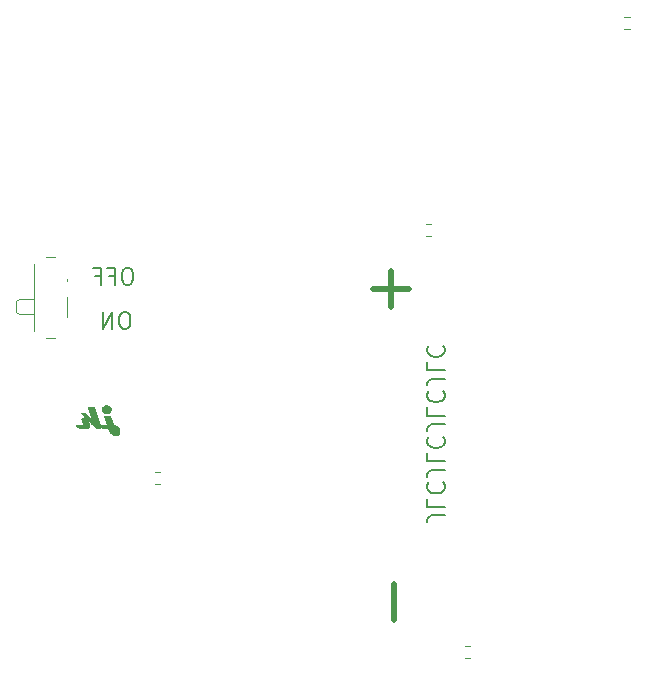
<source format=gbr>
%TF.GenerationSoftware,KiCad,Pcbnew,(5.1.10)-1*%
%TF.CreationDate,2021-10-20T07:51:42+02:00*%
%TF.ProjectId,TVZ_kuglica,54565a5f-6b75-4676-9c69-63612e6b6963,rev?*%
%TF.SameCoordinates,Original*%
%TF.FileFunction,Legend,Bot*%
%TF.FilePolarity,Positive*%
%FSLAX46Y46*%
G04 Gerber Fmt 4.6, Leading zero omitted, Abs format (unit mm)*
G04 Created by KiCad (PCBNEW (5.1.10)-1) date 2021-10-20 07:51:42*
%MOMM*%
%LPD*%
G01*
G04 APERTURE LIST*
%ADD10C,0.200000*%
%ADD11C,0.010000*%
%ADD12C,0.120000*%
%ADD13C,0.500000*%
G04 APERTURE END LIST*
D10*
X110616666Y-100983333D02*
X110350000Y-100983333D01*
X110216666Y-101050000D01*
X110083333Y-101183333D01*
X110016666Y-101450000D01*
X110016666Y-101916666D01*
X110083333Y-102183333D01*
X110216666Y-102316666D01*
X110350000Y-102383333D01*
X110616666Y-102383333D01*
X110750000Y-102316666D01*
X110883333Y-102183333D01*
X110950000Y-101916666D01*
X110950000Y-101450000D01*
X110883333Y-101183333D01*
X110750000Y-101050000D01*
X110616666Y-100983333D01*
X109416666Y-102383333D02*
X109416666Y-100983333D01*
X108616666Y-102383333D01*
X108616666Y-100983333D01*
X110833333Y-97233333D02*
X110566666Y-97233333D01*
X110433333Y-97300000D01*
X110300000Y-97433333D01*
X110233333Y-97700000D01*
X110233333Y-98166666D01*
X110300000Y-98433333D01*
X110433333Y-98566666D01*
X110566666Y-98633333D01*
X110833333Y-98633333D01*
X110966666Y-98566666D01*
X111100000Y-98433333D01*
X111166666Y-98166666D01*
X111166666Y-97700000D01*
X111100000Y-97433333D01*
X110966666Y-97300000D01*
X110833333Y-97233333D01*
X109166666Y-97900000D02*
X109633333Y-97900000D01*
X109633333Y-98633333D02*
X109633333Y-97233333D01*
X108966666Y-97233333D01*
X107966666Y-97900000D02*
X108433333Y-97900000D01*
X108433333Y-98633333D02*
X108433333Y-97233333D01*
X107766666Y-97233333D01*
X137571428Y-118178571D02*
X136500000Y-118178571D01*
X136285714Y-118250000D01*
X136142857Y-118392857D01*
X136071428Y-118607142D01*
X136071428Y-118750000D01*
X136071428Y-116750000D02*
X136071428Y-117464285D01*
X137571428Y-117464285D01*
X136214285Y-115392857D02*
X136142857Y-115464285D01*
X136071428Y-115678571D01*
X136071428Y-115821428D01*
X136142857Y-116035714D01*
X136285714Y-116178571D01*
X136428571Y-116250000D01*
X136714285Y-116321428D01*
X136928571Y-116321428D01*
X137214285Y-116250000D01*
X137357142Y-116178571D01*
X137500000Y-116035714D01*
X137571428Y-115821428D01*
X137571428Y-115678571D01*
X137500000Y-115464285D01*
X137428571Y-115392857D01*
X137571428Y-114321428D02*
X136500000Y-114321428D01*
X136285714Y-114392857D01*
X136142857Y-114535714D01*
X136071428Y-114750000D01*
X136071428Y-114892857D01*
X136071428Y-112892857D02*
X136071428Y-113607142D01*
X137571428Y-113607142D01*
X136214285Y-111535714D02*
X136142857Y-111607142D01*
X136071428Y-111821428D01*
X136071428Y-111964285D01*
X136142857Y-112178571D01*
X136285714Y-112321428D01*
X136428571Y-112392857D01*
X136714285Y-112464285D01*
X136928571Y-112464285D01*
X137214285Y-112392857D01*
X137357142Y-112321428D01*
X137500000Y-112178571D01*
X137571428Y-111964285D01*
X137571428Y-111821428D01*
X137500000Y-111607142D01*
X137428571Y-111535714D01*
X137571428Y-110464285D02*
X136500000Y-110464285D01*
X136285714Y-110535714D01*
X136142857Y-110678571D01*
X136071428Y-110892857D01*
X136071428Y-111035714D01*
X136071428Y-109035714D02*
X136071428Y-109750000D01*
X137571428Y-109750000D01*
X136214285Y-107678571D02*
X136142857Y-107750000D01*
X136071428Y-107964285D01*
X136071428Y-108107142D01*
X136142857Y-108321428D01*
X136285714Y-108464285D01*
X136428571Y-108535714D01*
X136714285Y-108607142D01*
X136928571Y-108607142D01*
X137214285Y-108535714D01*
X137357142Y-108464285D01*
X137500000Y-108321428D01*
X137571428Y-108107142D01*
X137571428Y-107964285D01*
X137500000Y-107750000D01*
X137428571Y-107678571D01*
X137571428Y-106607142D02*
X136500000Y-106607142D01*
X136285714Y-106678571D01*
X136142857Y-106821428D01*
X136071428Y-107035714D01*
X136071428Y-107178571D01*
X136071428Y-105178571D02*
X136071428Y-105892857D01*
X137571428Y-105892857D01*
X136214285Y-103821428D02*
X136142857Y-103892857D01*
X136071428Y-104107142D01*
X136071428Y-104250000D01*
X136142857Y-104464285D01*
X136285714Y-104607142D01*
X136428571Y-104678571D01*
X136714285Y-104750000D01*
X136928571Y-104750000D01*
X137214285Y-104678571D01*
X137357142Y-104607142D01*
X137500000Y-104464285D01*
X137571428Y-104250000D01*
X137571428Y-104107142D01*
X137500000Y-103892857D01*
X137428571Y-103821428D01*
D11*
%TO.C,G\u002A\u002A\u002A*%
G36*
X108865721Y-108860609D02*
G01*
X108818635Y-108864585D01*
X108787925Y-108870409D01*
X108730352Y-108891801D01*
X108673314Y-108923897D01*
X108620993Y-108963665D01*
X108577574Y-109008074D01*
X108555667Y-109038715D01*
X108530701Y-109094254D01*
X108517328Y-109156605D01*
X108515508Y-109221778D01*
X108525199Y-109285780D01*
X108546362Y-109344623D01*
X108558997Y-109367375D01*
X108601320Y-109421145D01*
X108655016Y-109468082D01*
X108716043Y-109505135D01*
X108769547Y-109526251D01*
X108805024Y-109533912D01*
X108848598Y-109539053D01*
X108895397Y-109541538D01*
X108940546Y-109541229D01*
X108979170Y-109537990D01*
X109003282Y-109532813D01*
X109075287Y-109504220D01*
X109134297Y-109470284D01*
X109182719Y-109429496D01*
X109201395Y-109408867D01*
X109237395Y-109359714D01*
X109260832Y-109311650D01*
X109273282Y-109259973D01*
X109276315Y-109199983D01*
X109275916Y-109186186D01*
X109273473Y-109147909D01*
X109268709Y-109118889D01*
X109260083Y-109092524D01*
X109247709Y-109065550D01*
X109209841Y-109006178D01*
X109159677Y-108953888D01*
X109100049Y-108910951D01*
X109033790Y-108879638D01*
X109004326Y-108870409D01*
X108965002Y-108863521D01*
X108916655Y-108860254D01*
X108865721Y-108860609D01*
G37*
X108865721Y-108860609D02*
X108818635Y-108864585D01*
X108787925Y-108870409D01*
X108730352Y-108891801D01*
X108673314Y-108923897D01*
X108620993Y-108963665D01*
X108577574Y-109008074D01*
X108555667Y-109038715D01*
X108530701Y-109094254D01*
X108517328Y-109156605D01*
X108515508Y-109221778D01*
X108525199Y-109285780D01*
X108546362Y-109344623D01*
X108558997Y-109367375D01*
X108601320Y-109421145D01*
X108655016Y-109468082D01*
X108716043Y-109505135D01*
X108769547Y-109526251D01*
X108805024Y-109533912D01*
X108848598Y-109539053D01*
X108895397Y-109541538D01*
X108940546Y-109541229D01*
X108979170Y-109537990D01*
X109003282Y-109532813D01*
X109075287Y-109504220D01*
X109134297Y-109470284D01*
X109182719Y-109429496D01*
X109201395Y-109408867D01*
X109237395Y-109359714D01*
X109260832Y-109311650D01*
X109273282Y-109259973D01*
X109276315Y-109199983D01*
X109275916Y-109186186D01*
X109273473Y-109147909D01*
X109268709Y-109118889D01*
X109260083Y-109092524D01*
X109247709Y-109065550D01*
X109209841Y-109006178D01*
X109159677Y-108953888D01*
X109100049Y-108910951D01*
X109033790Y-108879638D01*
X109004326Y-108870409D01*
X108965002Y-108863521D01*
X108916655Y-108860254D01*
X108865721Y-108860609D01*
G36*
X107538892Y-109026177D02*
G01*
X107480420Y-109026556D01*
X107435129Y-109027253D01*
X107401672Y-109028322D01*
X107378703Y-109029818D01*
X107364874Y-109031792D01*
X107358840Y-109034301D01*
X107358436Y-109036184D01*
X107361260Y-109044930D01*
X107368336Y-109067349D01*
X107379201Y-109101955D01*
X107393393Y-109147262D01*
X107410447Y-109201786D01*
X107429902Y-109264039D01*
X107451293Y-109332538D01*
X107474157Y-109405795D01*
X107498032Y-109482326D01*
X107522454Y-109560645D01*
X107546960Y-109639266D01*
X107571086Y-109716704D01*
X107594370Y-109791472D01*
X107616349Y-109862086D01*
X107636558Y-109927060D01*
X107654536Y-109984908D01*
X107669818Y-110034145D01*
X107681941Y-110073284D01*
X107690444Y-110100841D01*
X107693917Y-110112196D01*
X107695972Y-110118736D01*
X107697517Y-110124186D01*
X107697865Y-110127871D01*
X107696331Y-110129119D01*
X107692228Y-110127256D01*
X107684869Y-110121608D01*
X107673570Y-110111502D01*
X107657643Y-110096265D01*
X107636402Y-110075223D01*
X107609161Y-110047703D01*
X107575233Y-110013031D01*
X107533934Y-109970534D01*
X107484575Y-109919538D01*
X107426472Y-109859371D01*
X107358938Y-109789357D01*
X107281286Y-109708826D01*
X107253148Y-109679645D01*
X107114157Y-109535508D01*
X106943642Y-109534785D01*
X106773128Y-109534063D01*
X106856318Y-109619391D01*
X106894827Y-109658881D01*
X106939098Y-109704266D01*
X106983799Y-109750081D01*
X107023600Y-109790862D01*
X107025533Y-109792843D01*
X107111558Y-109880966D01*
X107022547Y-109886599D01*
X106961234Y-109892307D01*
X106913357Y-109901259D01*
X106876665Y-109914255D01*
X106848909Y-109932092D01*
X106827838Y-109955571D01*
X106827696Y-109955775D01*
X106816602Y-109973970D01*
X106808913Y-109992990D01*
X106804860Y-110014560D01*
X106804672Y-110040403D01*
X106808580Y-110072243D01*
X106816813Y-110111805D01*
X106829601Y-110160812D01*
X106847173Y-110220987D01*
X106869759Y-110294057D01*
X106874982Y-110310636D01*
X106892582Y-110366614D01*
X106908508Y-110417738D01*
X106922158Y-110462033D01*
X106932926Y-110497523D01*
X106940210Y-110522233D01*
X106943405Y-110534185D01*
X106943500Y-110534870D01*
X106935792Y-110536664D01*
X106913579Y-110538261D01*
X106878231Y-110539628D01*
X106831118Y-110540731D01*
X106773611Y-110541536D01*
X106707078Y-110542008D01*
X106649813Y-110542125D01*
X106563565Y-110542341D01*
X106491932Y-110542983D01*
X106435155Y-110544046D01*
X106393477Y-110545523D01*
X106367140Y-110547407D01*
X106356387Y-110549691D01*
X106356125Y-110550149D01*
X106359277Y-110561451D01*
X106367340Y-110581585D01*
X106373731Y-110595790D01*
X106405352Y-110645252D01*
X106450312Y-110688762D01*
X106506761Y-110724978D01*
X106572847Y-110752557D01*
X106601252Y-110760790D01*
X106614956Y-110763738D01*
X106631846Y-110766145D01*
X106653418Y-110768048D01*
X106681172Y-110769483D01*
X106716605Y-110770485D01*
X106761215Y-110771091D01*
X106816499Y-110771337D01*
X106883957Y-110771260D01*
X106965085Y-110770896D01*
X107008393Y-110770635D01*
X107093364Y-110770076D01*
X107163946Y-110769527D01*
X107221621Y-110768914D01*
X107267876Y-110768164D01*
X107304195Y-110767202D01*
X107332062Y-110765954D01*
X107352962Y-110764344D01*
X107368381Y-110762300D01*
X107379801Y-110759746D01*
X107388709Y-110756608D01*
X107396589Y-110752812D01*
X107399907Y-110751027D01*
X107425104Y-110732825D01*
X107447448Y-110709599D01*
X107451280Y-110704305D01*
X107462120Y-110685338D01*
X107467959Y-110665808D01*
X107470072Y-110639880D01*
X107470078Y-110618435D01*
X107469150Y-110599164D01*
X107466578Y-110578231D01*
X107461833Y-110553557D01*
X107454391Y-110523064D01*
X107443727Y-110484672D01*
X107429313Y-110436303D01*
X107410624Y-110375877D01*
X107400845Y-110344724D01*
X107383308Y-110288899D01*
X107367434Y-110238113D01*
X107353821Y-110194304D01*
X107343070Y-110159408D01*
X107335778Y-110135362D01*
X107332545Y-110124105D01*
X107332438Y-110123544D01*
X107337903Y-110127520D01*
X107353159Y-110140888D01*
X107376502Y-110162096D01*
X107406227Y-110189589D01*
X107440627Y-110221814D01*
X107449516Y-110230199D01*
X107487568Y-110265913D01*
X107534396Y-110309499D01*
X107586999Y-110358186D01*
X107642374Y-110409201D01*
X107697522Y-110459773D01*
X107745188Y-110503263D01*
X107810521Y-110562670D01*
X107865721Y-110612367D01*
X107912476Y-110653237D01*
X107952477Y-110686166D01*
X107987411Y-110712038D01*
X108018967Y-110731736D01*
X108048836Y-110746147D01*
X108078704Y-110756153D01*
X108110262Y-110762640D01*
X108145198Y-110766492D01*
X108185202Y-110768594D01*
X108231962Y-110769829D01*
X108255172Y-110770327D01*
X108309027Y-110771140D01*
X108353219Y-110771068D01*
X108386147Y-110770152D01*
X108406205Y-110768433D01*
X108411938Y-110766335D01*
X108409515Y-110755368D01*
X108403220Y-110734386D01*
X108396063Y-110712781D01*
X108387663Y-110687273D01*
X108381908Y-110667708D01*
X108380188Y-110659472D01*
X108385635Y-110660300D01*
X108399853Y-110669526D01*
X108417891Y-110683638D01*
X108457730Y-110713474D01*
X108498026Y-110735710D01*
X108545705Y-110754355D01*
X108560431Y-110758287D01*
X108580337Y-110761490D01*
X108607248Y-110764074D01*
X108642986Y-110766147D01*
X108689377Y-110767818D01*
X108748243Y-110769199D01*
X108810526Y-110770240D01*
X109038457Y-110773582D01*
X109074915Y-110885743D01*
X109109114Y-110980680D01*
X109146014Y-111061757D01*
X109187047Y-111130936D01*
X109233642Y-111190179D01*
X109287229Y-111241450D01*
X109349238Y-111286712D01*
X109381244Y-111306206D01*
X109436762Y-111333073D01*
X109499737Y-111354851D01*
X109566720Y-111371042D01*
X109634261Y-111381147D01*
X109698908Y-111384668D01*
X109757213Y-111381106D01*
X109805725Y-111369963D01*
X109810420Y-111368211D01*
X109867550Y-111340076D01*
X109914285Y-111303422D01*
X109953330Y-111255707D01*
X109980650Y-111208257D01*
X110002334Y-111157599D01*
X110015786Y-111106239D01*
X110022196Y-111048633D01*
X110022851Y-111022344D01*
X109733307Y-111022344D01*
X109733075Y-111059315D01*
X109731622Y-111084720D01*
X109728077Y-111102861D01*
X109721566Y-111118043D01*
X109711219Y-111134570D01*
X109710282Y-111135956D01*
X109694868Y-111156116D01*
X109685033Y-111162454D01*
X109681380Y-111159768D01*
X109677427Y-111149525D01*
X109669412Y-111126389D01*
X109658081Y-111092596D01*
X109644178Y-111050382D01*
X109628449Y-111001985D01*
X109617802Y-110968908D01*
X109601780Y-110918243D01*
X109587811Y-110872724D01*
X109576514Y-110834480D01*
X109568509Y-110805640D01*
X109564412Y-110788335D01*
X109564160Y-110784257D01*
X109574942Y-110783591D01*
X109594220Y-110790568D01*
X109617957Y-110803087D01*
X109642116Y-110819048D01*
X109660796Y-110834535D01*
X109683000Y-110859597D01*
X109704350Y-110889783D01*
X109712199Y-110903281D01*
X109722102Y-110923828D01*
X109728327Y-110943076D01*
X109731709Y-110965752D01*
X109733089Y-110996582D01*
X109733307Y-111022344D01*
X110022851Y-111022344D01*
X110023156Y-111010121D01*
X110018662Y-110930831D01*
X110004141Y-110861654D01*
X109978354Y-110799482D01*
X109940065Y-110741208D01*
X109896427Y-110692077D01*
X109861668Y-110658816D01*
X109830514Y-110634095D01*
X109797140Y-110613682D01*
X109769250Y-110599648D01*
X109697429Y-110570834D01*
X109624607Y-110551385D01*
X109555738Y-110542536D01*
X109539015Y-110542125D01*
X109493289Y-110542125D01*
X109441388Y-110381391D01*
X109424109Y-110327869D01*
X109403353Y-110263557D01*
X109380513Y-110192775D01*
X109356982Y-110119841D01*
X109334155Y-110049076D01*
X109319733Y-110004359D01*
X109249980Y-109788062D01*
X108993678Y-109788063D01*
X108931701Y-109788257D01*
X108875123Y-109788809D01*
X108825812Y-109789670D01*
X108785639Y-109790794D01*
X108756475Y-109792131D01*
X108740188Y-109793635D01*
X108737375Y-109794602D01*
X108739682Y-109803261D01*
X108746296Y-109825572D01*
X108756758Y-109860045D01*
X108770609Y-109905189D01*
X108787390Y-109959513D01*
X108806641Y-110021528D01*
X108827905Y-110089742D01*
X108850720Y-110162665D01*
X108852469Y-110168245D01*
X108875363Y-110241334D01*
X108896741Y-110309717D01*
X108916146Y-110371920D01*
X108933120Y-110426467D01*
X108947206Y-110471886D01*
X108957944Y-110506703D01*
X108964877Y-110529442D01*
X108967547Y-110538630D01*
X108967563Y-110538737D01*
X108959908Y-110539482D01*
X108938072Y-110540170D01*
X108903750Y-110540783D01*
X108858635Y-110541303D01*
X108804422Y-110541711D01*
X108742806Y-110541989D01*
X108675480Y-110542118D01*
X108655283Y-110542125D01*
X108343004Y-110542125D01*
X107869228Y-109026063D01*
X107611890Y-109026063D01*
X107538892Y-109026177D01*
G37*
X107538892Y-109026177D02*
X107480420Y-109026556D01*
X107435129Y-109027253D01*
X107401672Y-109028322D01*
X107378703Y-109029818D01*
X107364874Y-109031792D01*
X107358840Y-109034301D01*
X107358436Y-109036184D01*
X107361260Y-109044930D01*
X107368336Y-109067349D01*
X107379201Y-109101955D01*
X107393393Y-109147262D01*
X107410447Y-109201786D01*
X107429902Y-109264039D01*
X107451293Y-109332538D01*
X107474157Y-109405795D01*
X107498032Y-109482326D01*
X107522454Y-109560645D01*
X107546960Y-109639266D01*
X107571086Y-109716704D01*
X107594370Y-109791472D01*
X107616349Y-109862086D01*
X107636558Y-109927060D01*
X107654536Y-109984908D01*
X107669818Y-110034145D01*
X107681941Y-110073284D01*
X107690444Y-110100841D01*
X107693917Y-110112196D01*
X107695972Y-110118736D01*
X107697517Y-110124186D01*
X107697865Y-110127871D01*
X107696331Y-110129119D01*
X107692228Y-110127256D01*
X107684869Y-110121608D01*
X107673570Y-110111502D01*
X107657643Y-110096265D01*
X107636402Y-110075223D01*
X107609161Y-110047703D01*
X107575233Y-110013031D01*
X107533934Y-109970534D01*
X107484575Y-109919538D01*
X107426472Y-109859371D01*
X107358938Y-109789357D01*
X107281286Y-109708826D01*
X107253148Y-109679645D01*
X107114157Y-109535508D01*
X106943642Y-109534785D01*
X106773128Y-109534063D01*
X106856318Y-109619391D01*
X106894827Y-109658881D01*
X106939098Y-109704266D01*
X106983799Y-109750081D01*
X107023600Y-109790862D01*
X107025533Y-109792843D01*
X107111558Y-109880966D01*
X107022547Y-109886599D01*
X106961234Y-109892307D01*
X106913357Y-109901259D01*
X106876665Y-109914255D01*
X106848909Y-109932092D01*
X106827838Y-109955571D01*
X106827696Y-109955775D01*
X106816602Y-109973970D01*
X106808913Y-109992990D01*
X106804860Y-110014560D01*
X106804672Y-110040403D01*
X106808580Y-110072243D01*
X106816813Y-110111805D01*
X106829601Y-110160812D01*
X106847173Y-110220987D01*
X106869759Y-110294057D01*
X106874982Y-110310636D01*
X106892582Y-110366614D01*
X106908508Y-110417738D01*
X106922158Y-110462033D01*
X106932926Y-110497523D01*
X106940210Y-110522233D01*
X106943405Y-110534185D01*
X106943500Y-110534870D01*
X106935792Y-110536664D01*
X106913579Y-110538261D01*
X106878231Y-110539628D01*
X106831118Y-110540731D01*
X106773611Y-110541536D01*
X106707078Y-110542008D01*
X106649813Y-110542125D01*
X106563565Y-110542341D01*
X106491932Y-110542983D01*
X106435155Y-110544046D01*
X106393477Y-110545523D01*
X106367140Y-110547407D01*
X106356387Y-110549691D01*
X106356125Y-110550149D01*
X106359277Y-110561451D01*
X106367340Y-110581585D01*
X106373731Y-110595790D01*
X106405352Y-110645252D01*
X106450312Y-110688762D01*
X106506761Y-110724978D01*
X106572847Y-110752557D01*
X106601252Y-110760790D01*
X106614956Y-110763738D01*
X106631846Y-110766145D01*
X106653418Y-110768048D01*
X106681172Y-110769483D01*
X106716605Y-110770485D01*
X106761215Y-110771091D01*
X106816499Y-110771337D01*
X106883957Y-110771260D01*
X106965085Y-110770896D01*
X107008393Y-110770635D01*
X107093364Y-110770076D01*
X107163946Y-110769527D01*
X107221621Y-110768914D01*
X107267876Y-110768164D01*
X107304195Y-110767202D01*
X107332062Y-110765954D01*
X107352962Y-110764344D01*
X107368381Y-110762300D01*
X107379801Y-110759746D01*
X107388709Y-110756608D01*
X107396589Y-110752812D01*
X107399907Y-110751027D01*
X107425104Y-110732825D01*
X107447448Y-110709599D01*
X107451280Y-110704305D01*
X107462120Y-110685338D01*
X107467959Y-110665808D01*
X107470072Y-110639880D01*
X107470078Y-110618435D01*
X107469150Y-110599164D01*
X107466578Y-110578231D01*
X107461833Y-110553557D01*
X107454391Y-110523064D01*
X107443727Y-110484672D01*
X107429313Y-110436303D01*
X107410624Y-110375877D01*
X107400845Y-110344724D01*
X107383308Y-110288899D01*
X107367434Y-110238113D01*
X107353821Y-110194304D01*
X107343070Y-110159408D01*
X107335778Y-110135362D01*
X107332545Y-110124105D01*
X107332438Y-110123544D01*
X107337903Y-110127520D01*
X107353159Y-110140888D01*
X107376502Y-110162096D01*
X107406227Y-110189589D01*
X107440627Y-110221814D01*
X107449516Y-110230199D01*
X107487568Y-110265913D01*
X107534396Y-110309499D01*
X107586999Y-110358186D01*
X107642374Y-110409201D01*
X107697522Y-110459773D01*
X107745188Y-110503263D01*
X107810521Y-110562670D01*
X107865721Y-110612367D01*
X107912476Y-110653237D01*
X107952477Y-110686166D01*
X107987411Y-110712038D01*
X108018967Y-110731736D01*
X108048836Y-110746147D01*
X108078704Y-110756153D01*
X108110262Y-110762640D01*
X108145198Y-110766492D01*
X108185202Y-110768594D01*
X108231962Y-110769829D01*
X108255172Y-110770327D01*
X108309027Y-110771140D01*
X108353219Y-110771068D01*
X108386147Y-110770152D01*
X108406205Y-110768433D01*
X108411938Y-110766335D01*
X108409515Y-110755368D01*
X108403220Y-110734386D01*
X108396063Y-110712781D01*
X108387663Y-110687273D01*
X108381908Y-110667708D01*
X108380188Y-110659472D01*
X108385635Y-110660300D01*
X108399853Y-110669526D01*
X108417891Y-110683638D01*
X108457730Y-110713474D01*
X108498026Y-110735710D01*
X108545705Y-110754355D01*
X108560431Y-110758287D01*
X108580337Y-110761490D01*
X108607248Y-110764074D01*
X108642986Y-110766147D01*
X108689377Y-110767818D01*
X108748243Y-110769199D01*
X108810526Y-110770240D01*
X109038457Y-110773582D01*
X109074915Y-110885743D01*
X109109114Y-110980680D01*
X109146014Y-111061757D01*
X109187047Y-111130936D01*
X109233642Y-111190179D01*
X109287229Y-111241450D01*
X109349238Y-111286712D01*
X109381244Y-111306206D01*
X109436762Y-111333073D01*
X109499737Y-111354851D01*
X109566720Y-111371042D01*
X109634261Y-111381147D01*
X109698908Y-111384668D01*
X109757213Y-111381106D01*
X109805725Y-111369963D01*
X109810420Y-111368211D01*
X109867550Y-111340076D01*
X109914285Y-111303422D01*
X109953330Y-111255707D01*
X109980650Y-111208257D01*
X110002334Y-111157599D01*
X110015786Y-111106239D01*
X110022196Y-111048633D01*
X110022851Y-111022344D01*
X109733307Y-111022344D01*
X109733075Y-111059315D01*
X109731622Y-111084720D01*
X109728077Y-111102861D01*
X109721566Y-111118043D01*
X109711219Y-111134570D01*
X109710282Y-111135956D01*
X109694868Y-111156116D01*
X109685033Y-111162454D01*
X109681380Y-111159768D01*
X109677427Y-111149525D01*
X109669412Y-111126389D01*
X109658081Y-111092596D01*
X109644178Y-111050382D01*
X109628449Y-111001985D01*
X109617802Y-110968908D01*
X109601780Y-110918243D01*
X109587811Y-110872724D01*
X109576514Y-110834480D01*
X109568509Y-110805640D01*
X109564412Y-110788335D01*
X109564160Y-110784257D01*
X109574942Y-110783591D01*
X109594220Y-110790568D01*
X109617957Y-110803087D01*
X109642116Y-110819048D01*
X109660796Y-110834535D01*
X109683000Y-110859597D01*
X109704350Y-110889783D01*
X109712199Y-110903281D01*
X109722102Y-110923828D01*
X109728327Y-110943076D01*
X109731709Y-110965752D01*
X109733089Y-110996582D01*
X109733307Y-111022344D01*
X110022851Y-111022344D01*
X110023156Y-111010121D01*
X110018662Y-110930831D01*
X110004141Y-110861654D01*
X109978354Y-110799482D01*
X109940065Y-110741208D01*
X109896427Y-110692077D01*
X109861668Y-110658816D01*
X109830514Y-110634095D01*
X109797140Y-110613682D01*
X109769250Y-110599648D01*
X109697429Y-110570834D01*
X109624607Y-110551385D01*
X109555738Y-110542536D01*
X109539015Y-110542125D01*
X109493289Y-110542125D01*
X109441388Y-110381391D01*
X109424109Y-110327869D01*
X109403353Y-110263557D01*
X109380513Y-110192775D01*
X109356982Y-110119841D01*
X109334155Y-110049076D01*
X109319733Y-110004359D01*
X109249980Y-109788062D01*
X108993678Y-109788063D01*
X108931701Y-109788257D01*
X108875123Y-109788809D01*
X108825812Y-109789670D01*
X108785639Y-109790794D01*
X108756475Y-109792131D01*
X108740188Y-109793635D01*
X108737375Y-109794602D01*
X108739682Y-109803261D01*
X108746296Y-109825572D01*
X108756758Y-109860045D01*
X108770609Y-109905189D01*
X108787390Y-109959513D01*
X108806641Y-110021528D01*
X108827905Y-110089742D01*
X108850720Y-110162665D01*
X108852469Y-110168245D01*
X108875363Y-110241334D01*
X108896741Y-110309717D01*
X108916146Y-110371920D01*
X108933120Y-110426467D01*
X108947206Y-110471886D01*
X108957944Y-110506703D01*
X108964877Y-110529442D01*
X108967547Y-110538630D01*
X108967563Y-110538737D01*
X108959908Y-110539482D01*
X108938072Y-110540170D01*
X108903750Y-110540783D01*
X108858635Y-110541303D01*
X108804422Y-110541711D01*
X108742806Y-110541989D01*
X108675480Y-110542118D01*
X108655283Y-110542125D01*
X108343004Y-110542125D01*
X107869228Y-109026063D01*
X107611890Y-109026063D01*
X107538892Y-109026177D01*
D12*
%TO.C,SW1*%
X103780000Y-96300000D02*
X104570000Y-96300000D01*
X104570000Y-103200000D02*
X103780000Y-103200000D01*
X105620000Y-101350000D02*
X105620000Y-99650000D01*
X102770000Y-102600000D02*
X102770000Y-96900000D01*
X101480000Y-99850000D02*
X102770000Y-99850000D01*
X101270000Y-100950000D02*
X101270000Y-100050000D01*
X102770000Y-101150000D02*
X101480000Y-101150000D01*
X101480000Y-99850000D02*
X101270000Y-100050000D01*
X101480000Y-101150000D02*
X101270000Y-100950000D01*
X105620000Y-98350000D02*
X105620000Y-98150000D01*
D13*
%TO.C,BT1*%
X133000000Y-97500000D02*
X133000000Y-100500000D01*
X134500000Y-99000000D02*
X131500000Y-99000000D01*
X133250000Y-124000000D02*
X133250000Y-127000000D01*
D12*
%TO.C,R1*%
X135937742Y-93477500D02*
X136412258Y-93477500D01*
X135937742Y-94522500D02*
X136412258Y-94522500D01*
%TO.C,R2*%
X152762742Y-75977500D02*
X153237258Y-75977500D01*
X152762742Y-77022500D02*
X153237258Y-77022500D01*
%TO.C,R3*%
X113012742Y-114477500D02*
X113487258Y-114477500D01*
X113012742Y-115522500D02*
X113487258Y-115522500D01*
%TO.C,R4*%
X139262742Y-130272500D02*
X139737258Y-130272500D01*
X139262742Y-129227500D02*
X139737258Y-129227500D01*
%TD*%
M02*

</source>
